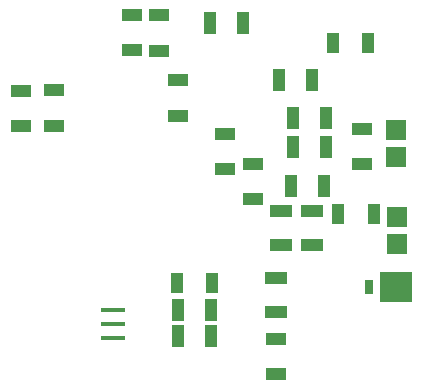
<source format=gbp>
G04*
G04 #@! TF.GenerationSoftware,Altium Limited,Altium Designer,18.1.7 (191)*
G04*
G04 Layer_Color=128*
%FSLAX43Y43*%
%MOMM*%
G71*
G01*
G75*
%ADD14R,2.000X0.400*%
%ADD15R,1.870X1.030*%
%ADD29R,1.750X1.700*%
%ADD41R,2.670X2.540*%
%ADD42R,0.762X1.270*%
%ADD43R,1.800X1.050*%
%ADD44R,1.050X1.800*%
%ADD45R,1.030X1.870*%
D14*
X134650Y58476D02*
D03*
Y57276D02*
D03*
Y56076D02*
D03*
D15*
X148925Y64005D02*
D03*
Y66845D02*
D03*
X151525Y64030D02*
D03*
Y66870D02*
D03*
X148500Y58355D02*
D03*
Y61195D02*
D03*
D29*
X158650Y71454D02*
D03*
Y73754D02*
D03*
X158721Y64101D02*
D03*
Y66401D02*
D03*
D41*
X158675Y60463D02*
D03*
D42*
X156324D02*
D03*
D43*
X129673Y77100D02*
D03*
Y74100D02*
D03*
X155787Y70833D02*
D03*
Y73833D02*
D03*
X140200Y74925D02*
D03*
Y77925D02*
D03*
X138600Y83425D02*
D03*
Y80425D02*
D03*
X126873Y77050D02*
D03*
Y74050D02*
D03*
X136325Y80475D02*
D03*
Y83475D02*
D03*
X148500Y56025D02*
D03*
Y53025D02*
D03*
X144150Y70400D02*
D03*
Y73400D02*
D03*
X146525Y67875D02*
D03*
Y70875D02*
D03*
D44*
X153770Y66650D02*
D03*
X156770D02*
D03*
X156275Y81125D02*
D03*
X153275D02*
D03*
X143100Y60775D02*
D03*
X140100D02*
D03*
D45*
X145720Y82775D02*
D03*
X142880D02*
D03*
X152595Y69000D02*
D03*
X149755D02*
D03*
X149911Y72275D02*
D03*
X152751D02*
D03*
X149913Y74752D02*
D03*
X152753D02*
D03*
X148705Y78000D02*
D03*
X151545D02*
D03*
X143020Y56275D02*
D03*
X140180D02*
D03*
X143020Y58525D02*
D03*
X140180D02*
D03*
M02*

</source>
